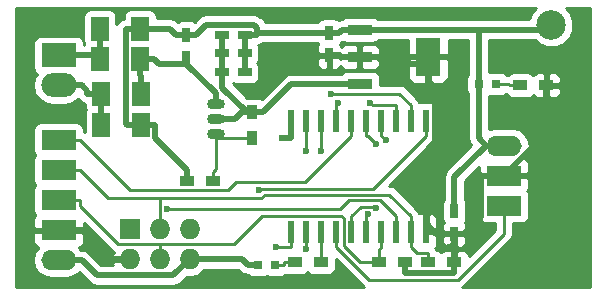
<source format=gtl>
G04 #@! TF.FileFunction,Copper,L1,Top,Signal*
%FSLAX46Y46*%
G04 Gerber Fmt 4.6, Leading zero omitted, Abs format (unit mm)*
G04 Created by KiCad (PCBNEW 0.201507042246+5884~23~ubuntu14.04.1-product) date Wed 08 Jul 2015 10:22:00 AM CEST*
%MOMM*%
G01*
G04 APERTURE LIST*
%ADD10C,0.100000*%
%ADD11R,0.750000X1.200000*%
%ADD12R,1.200000X0.750000*%
%ADD13R,1.200000X0.900000*%
%ADD14R,0.900000X1.200000*%
%ADD15R,0.797560X0.797560*%
%ADD16R,0.600000X1.950000*%
%ADD17O,3.000000X2.032000*%
%ADD18R,3.000000X2.032000*%
%ADD19R,1.500000X2.000000*%
%ADD20O,3.000000X1.727200*%
%ADD21R,3.000000X1.727200*%
%ADD22R,1.727200X1.727200*%
%ADD23O,1.727200X1.727200*%
%ADD24R,2.150000X0.950000*%
%ADD25R,2.150000X3.250000*%
%ADD26O,1.501140X0.899160*%
%ADD27C,2.499360*%
%ADD28C,0.600000*%
%ADD29C,0.500000*%
%ADD30C,0.250000*%
%ADD31C,0.254000*%
G04 APERTURE END LIST*
D10*
D11*
X120100000Y-124850000D03*
X120100000Y-122950000D03*
X132200000Y-124650000D03*
X132200000Y-122750000D03*
D12*
X123150000Y-126100000D03*
X125050000Y-126100000D03*
D13*
X150600000Y-127200000D03*
X148400000Y-127200000D03*
D14*
X125700000Y-131700000D03*
X125700000Y-129500000D03*
D13*
X120200000Y-135300000D03*
X122400000Y-135300000D03*
X138600000Y-142200000D03*
X136400000Y-142200000D03*
D15*
X146349300Y-127100000D03*
X144850700Y-127100000D03*
D16*
X140415000Y-130200000D03*
X139145000Y-130200000D03*
X137875000Y-130200000D03*
X136605000Y-130200000D03*
X135335000Y-130200000D03*
X134065000Y-130200000D03*
X132795000Y-130200000D03*
X131525000Y-130200000D03*
X130255000Y-130200000D03*
X128985000Y-130200000D03*
X128985000Y-139600000D03*
X130255000Y-139600000D03*
X131525000Y-139600000D03*
X132795000Y-139600000D03*
X134065000Y-139600000D03*
X135335000Y-139600000D03*
X136605000Y-139600000D03*
X137875000Y-139600000D03*
X139145000Y-139600000D03*
X140415000Y-139600000D03*
D17*
X109300000Y-127200000D03*
D18*
X109300000Y-124660000D03*
D13*
X142800000Y-142200000D03*
X140600000Y-142200000D03*
D12*
X123150000Y-122900000D03*
X125050000Y-122900000D03*
X123150000Y-124500000D03*
X125050000Y-124500000D03*
D19*
X112900000Y-130600000D03*
X116300000Y-130600000D03*
X112800000Y-122400000D03*
X116200000Y-122400000D03*
X116200000Y-125000000D03*
X112800000Y-125000000D03*
X116300000Y-127900000D03*
X112900000Y-127900000D03*
D11*
X142800000Y-139750000D03*
X142800000Y-137850000D03*
D20*
X147000000Y-132300000D03*
D21*
X147000000Y-134840000D03*
X147000000Y-137380000D03*
D22*
X115300000Y-139400000D03*
D23*
X115300000Y-141940000D03*
X117840000Y-139400000D03*
X117840000Y-141940000D03*
X120380000Y-139400000D03*
X120380000Y-141940000D03*
D24*
X134800000Y-127100000D03*
X134800000Y-124800000D03*
X134800000Y-122500000D03*
D25*
X140600000Y-124800000D03*
D26*
X122600000Y-130030000D03*
X122600000Y-128760000D03*
X122600000Y-131300000D03*
D21*
X109300000Y-131840000D03*
D20*
X109300000Y-142000000D03*
D21*
X109300000Y-139460000D03*
X109300000Y-136920000D03*
X109300000Y-134380000D03*
D15*
X127649300Y-142400000D03*
X126150700Y-142400000D03*
D13*
X131500000Y-142200000D03*
X129300000Y-142200000D03*
D27*
X151000000Y-122100000D03*
D28*
X128211700Y-131625300D03*
X142417200Y-140877300D03*
X126292900Y-136034100D03*
X132395900Y-127909100D03*
X135692200Y-128711100D03*
X136977300Y-131871600D03*
X136176400Y-132189400D03*
X131525000Y-132728600D03*
X130255000Y-132749600D03*
X127738500Y-140899300D03*
X130211300Y-141093700D03*
X136158500Y-137584300D03*
X135513700Y-138122000D03*
X118483500Y-137706100D03*
X132953500Y-128669800D03*
D29*
X125050000Y-124500000D02*
X125050000Y-126100000D01*
X125050000Y-122900000D02*
X125050000Y-124500000D01*
X132200000Y-122750000D02*
X131374700Y-122750000D01*
X125050000Y-122900000D02*
X126100300Y-122900000D01*
X128985000Y-130200000D02*
X128985000Y-131625300D01*
X128211700Y-131625300D02*
X128985000Y-131625300D01*
X120100000Y-122950000D02*
X120925300Y-122950000D01*
X126133700Y-122750000D02*
X131374700Y-122750000D01*
X126100300Y-122783400D02*
X126133700Y-122750000D01*
X126100300Y-122900000D02*
X126100300Y-122783400D01*
X121800700Y-122074600D02*
X120925300Y-122950000D01*
X125868000Y-122074600D02*
X121800700Y-122074600D01*
X126133700Y-122340300D02*
X125868000Y-122074600D01*
X126133700Y-122750000D02*
X126133700Y-122340300D01*
X120100000Y-122950000D02*
X119274700Y-122950000D01*
X117500300Y-131700000D02*
X117500300Y-130600000D01*
X120200000Y-134399700D02*
X117500300Y-131700000D01*
X120200000Y-135300000D02*
X120200000Y-134399700D01*
X116300000Y-130600000D02*
X117500300Y-130600000D01*
X124841600Y-141940000D02*
X125301600Y-142400000D01*
X120380000Y-141940000D02*
X124841600Y-141940000D01*
X126150700Y-142400000D02*
X125301600Y-142400000D01*
X119018400Y-143301600D02*
X120380000Y-141940000D01*
X112551900Y-143301600D02*
X119018400Y-143301600D01*
X111250300Y-142000000D02*
X112551900Y-143301600D01*
X109300000Y-142000000D02*
X111250300Y-142000000D01*
X144850700Y-122500000D02*
X144850700Y-127100000D01*
X150600000Y-122500000D02*
X151000000Y-122100000D01*
X144850700Y-122500000D02*
X150600000Y-122500000D01*
X147000000Y-132300000D02*
X145450100Y-132300000D01*
X118724700Y-122400000D02*
X116200000Y-122400000D01*
X119274700Y-122950000D02*
X118724700Y-122400000D01*
X114999700Y-130500000D02*
X115099700Y-130600000D01*
X114999700Y-122400000D02*
X114999700Y-130500000D01*
X116200000Y-122400000D02*
X114999700Y-122400000D01*
X116300000Y-130600000D02*
X115099700Y-130600000D01*
X144850700Y-122500000D02*
X134800000Y-122500000D01*
X133274700Y-122500600D02*
X133025300Y-122750000D01*
X133274700Y-122500000D02*
X133274700Y-122500600D01*
X132200000Y-122750000D02*
X133025300Y-122750000D01*
X134800000Y-122500000D02*
X133274700Y-122500000D01*
X144850700Y-131700600D02*
X144850700Y-127100000D01*
X145450100Y-132300000D02*
X144850700Y-131700600D01*
X142800000Y-134950100D02*
X142800000Y-137850000D01*
X145450100Y-132300000D02*
X142800000Y-134950100D01*
X133175300Y-124800000D02*
X133025300Y-124650000D01*
X134800000Y-124800000D02*
X133175300Y-124800000D01*
X132200000Y-124650000D02*
X133025300Y-124650000D01*
X145049700Y-138325600D02*
X143625300Y-139750000D01*
X145049700Y-134840000D02*
X145049700Y-138325600D01*
X147000000Y-134840000D02*
X145049700Y-134840000D01*
X142800000Y-139750000D02*
X143625300Y-139750000D01*
X150600000Y-131240000D02*
X147000000Y-134840000D01*
X150600000Y-127200000D02*
X150600000Y-131240000D01*
X140600000Y-124800000D02*
X140600000Y-125374900D01*
X140600000Y-125374900D02*
X140600000Y-126875300D01*
X136900200Y-125374900D02*
X136325300Y-124800000D01*
X140600000Y-125374900D02*
X136900200Y-125374900D01*
X134800000Y-124800000D02*
X136325300Y-124800000D01*
X141165400Y-127440700D02*
X140600000Y-126875300D01*
X141165400Y-137424300D02*
X141165400Y-127440700D01*
X140415000Y-138174700D02*
X141165400Y-137424300D01*
X142800000Y-143100300D02*
X138600000Y-143100300D01*
X142800000Y-142200000D02*
X142800000Y-143100300D01*
X138600000Y-142200000D02*
X138600000Y-143100300D01*
X140415000Y-139600000D02*
X140415000Y-138887300D01*
X140415000Y-138887300D02*
X140415000Y-138174700D01*
X141277700Y-139750000D02*
X142800000Y-139750000D01*
X140415000Y-138887300D02*
X141277700Y-139750000D01*
X142800000Y-139750000D02*
X142800000Y-140800300D01*
X142494200Y-140800300D02*
X142800000Y-140800300D01*
X142417200Y-140877300D02*
X142494200Y-140800300D01*
X142800000Y-141260100D02*
X142800000Y-142200000D01*
X142417200Y-140877300D02*
X142800000Y-141260100D01*
X113730300Y-141940000D02*
X115300000Y-141940000D01*
X111250300Y-139460000D02*
X113730300Y-141940000D01*
X109300000Y-139460000D02*
X111250300Y-139460000D01*
D30*
X139671400Y-141425700D02*
X140600000Y-141425700D01*
X139145000Y-140899300D02*
X139671400Y-141425700D01*
X140600000Y-142200000D02*
X140600000Y-141425700D01*
X139145000Y-140249600D02*
X139145000Y-140899300D01*
X139145000Y-140249600D02*
X139145000Y-139600000D01*
X139145000Y-139600000D02*
X139145000Y-138300700D01*
X117840000Y-139400000D02*
X117840000Y-138212100D01*
X117840000Y-138212100D02*
X117840000Y-136761300D01*
X113505700Y-136761300D02*
X117840000Y-136761300D01*
X111124400Y-134380000D02*
X113505700Y-136761300D01*
X109300000Y-134380000D02*
X111124400Y-134380000D01*
X137293500Y-136449200D02*
X139145000Y-138300700D01*
X126760800Y-136449200D02*
X137293500Y-136449200D01*
X126448700Y-136761300D02*
X126760800Y-136449200D01*
X117840000Y-136761300D02*
X126448700Y-136761300D01*
X147375700Y-127100000D02*
X147475700Y-127200000D01*
X146349300Y-127100000D02*
X147375700Y-127100000D01*
X148400000Y-127200000D02*
X147475700Y-127200000D01*
X140415000Y-130200000D02*
X140415000Y-131499300D01*
X135914500Y-135999800D02*
X140415000Y-131499300D01*
X126327200Y-135999800D02*
X135914500Y-135999800D01*
X126292900Y-136034100D02*
X126327200Y-135999800D01*
X136400000Y-141104300D02*
X136605000Y-140899300D01*
X136400000Y-142200000D02*
X136400000Y-141104300D01*
X136605000Y-139600000D02*
X136605000Y-140899300D01*
X109300000Y-136920000D02*
X111124300Y-136920000D01*
X117840000Y-141940000D02*
X117840000Y-140752100D01*
X117840000Y-140752100D02*
X117840000Y-140669300D01*
X114353900Y-140669300D02*
X117840000Y-140669300D01*
X111124300Y-137439700D02*
X114353900Y-140669300D01*
X111124300Y-136920000D02*
X111124300Y-137439700D01*
X134840000Y-142200000D02*
X136400000Y-142200000D01*
X133430800Y-140790800D02*
X134840000Y-142200000D01*
X133430800Y-138468800D02*
X133430800Y-140790800D01*
X133247300Y-138285300D02*
X133430800Y-138468800D01*
X126558900Y-138285300D02*
X133247300Y-138285300D01*
X124174900Y-140669300D02*
X126558900Y-138285300D01*
X117840000Y-140669300D02*
X124174900Y-140669300D01*
X109300000Y-131840000D02*
X111124300Y-131840000D01*
X134065000Y-130200000D02*
X134065000Y-131499300D01*
X115359700Y-136075400D02*
X111124300Y-131840000D01*
X123638900Y-136075400D02*
X115359700Y-136075400D01*
X124338700Y-135375600D02*
X123638900Y-136075400D01*
X130188700Y-135375600D02*
X124338700Y-135375600D01*
X134065000Y-131499300D02*
X130188700Y-135375600D01*
X139145000Y-130200000D02*
X139145000Y-128900700D01*
X138153400Y-127909100D02*
X139145000Y-128900700D01*
X132395900Y-127909100D02*
X138153400Y-127909100D01*
X135881800Y-128900700D02*
X135692200Y-128711100D01*
X137875000Y-128900700D02*
X135881800Y-128900700D01*
X137875000Y-130200000D02*
X137875000Y-128900700D01*
X136605000Y-130200000D02*
X136605000Y-131499300D01*
X136977300Y-131871600D02*
X136605000Y-131499300D01*
X135335000Y-130200000D02*
X135335000Y-131499300D01*
X135486300Y-131499300D02*
X135335000Y-131499300D01*
X136176400Y-132189400D02*
X135486300Y-131499300D01*
X131525000Y-132728600D02*
X131525000Y-130200000D01*
X130255000Y-132749600D02*
X130255000Y-130200000D01*
X128985000Y-139600000D02*
X128985000Y-140899300D01*
X127738500Y-140899300D02*
X128985000Y-140899300D01*
X130255000Y-141050000D02*
X130255000Y-139600000D01*
X130211300Y-141093700D02*
X130255000Y-141050000D01*
X131525000Y-141400700D02*
X131500000Y-141425700D01*
X131525000Y-139600000D02*
X131525000Y-141400700D01*
X131500000Y-142200000D02*
X131500000Y-141425700D01*
X134065000Y-139600000D02*
X134065000Y-138300700D01*
X136068800Y-137494600D02*
X136158500Y-137584300D01*
X134871100Y-137494600D02*
X136068800Y-137494600D01*
X134065000Y-138300700D02*
X134871100Y-137494600D01*
X135335000Y-139600000D02*
X135335000Y-138300700D01*
X135513700Y-138122000D02*
X135335000Y-138300700D01*
X137875000Y-139600000D02*
X137875000Y-138300700D01*
X133100800Y-137706100D02*
X118483500Y-137706100D01*
X133872300Y-136934600D02*
X133100800Y-137706100D01*
X136508900Y-136934600D02*
X133872300Y-136934600D01*
X137875000Y-138300700D02*
X136508900Y-136934600D01*
X135578300Y-143682600D02*
X132795000Y-140899300D01*
X143085000Y-143682600D02*
X135578300Y-143682600D01*
X147000000Y-139767600D02*
X143085000Y-143682600D01*
X147000000Y-137380000D02*
X147000000Y-139767600D01*
X132795000Y-139600000D02*
X132795000Y-140899300D01*
D29*
X124269700Y-130030000D02*
X124799700Y-129500000D01*
X122600000Y-130030000D02*
X124269700Y-130030000D01*
X123150000Y-122900000D02*
X123150000Y-124500000D01*
X123150000Y-124500000D02*
X123150000Y-126100000D01*
X125700000Y-129500000D02*
X125249900Y-129500000D01*
X125249900Y-129500000D02*
X124799700Y-129500000D01*
X123150000Y-127400100D02*
X123150000Y-126100000D01*
X125249900Y-129500000D02*
X123150000Y-127400100D01*
X125700000Y-129500000D02*
X126600300Y-129500000D01*
X134800000Y-127100000D02*
X133274700Y-127100000D01*
X129000300Y-127100000D02*
X126600300Y-129500000D01*
X133274700Y-127100000D02*
X129000300Y-127100000D01*
X120100000Y-124850000D02*
X120100000Y-125375100D01*
X117775400Y-125375100D02*
X117400300Y-125000000D01*
X120100000Y-125375100D02*
X117775400Y-125375100D01*
X116200000Y-125000000D02*
X117400300Y-125000000D01*
X116200000Y-126349700D02*
X116200000Y-125000000D01*
X116300000Y-126449700D02*
X116200000Y-126349700D01*
X116300000Y-127900000D02*
X116300000Y-126449700D01*
X122585000Y-127860100D02*
X120100000Y-125375100D01*
X122600000Y-127860100D02*
X122585000Y-127860100D01*
X122600000Y-128760000D02*
X122600000Y-127860100D01*
D30*
X122400000Y-135300000D02*
X122400000Y-134525700D01*
X125700000Y-131700000D02*
X124925700Y-131700000D01*
X122600000Y-131700000D02*
X124925700Y-131700000D01*
X122600000Y-134325700D02*
X122600000Y-131700000D01*
X122400000Y-134525700D02*
X122600000Y-134325700D01*
X122600000Y-131700000D02*
X122600000Y-131300000D01*
D29*
X109300000Y-124660000D02*
X111250300Y-124660000D01*
X112800000Y-124660000D02*
X111250300Y-124660000D01*
X112800000Y-125000000D02*
X112800000Y-124660000D01*
X112800000Y-124660000D02*
X112800000Y-122400000D01*
X111699700Y-127649400D02*
X111250300Y-127200000D01*
X111699700Y-127900000D02*
X111699700Y-127649400D01*
X109300000Y-127200000D02*
X111250300Y-127200000D01*
X112900000Y-127900000D02*
X111699700Y-127900000D01*
X112900000Y-130600000D02*
X112900000Y-127900000D01*
D30*
X132795000Y-130200000D02*
X132795000Y-128900700D01*
X132953500Y-128742200D02*
X132795000Y-128900700D01*
X132953500Y-128669800D02*
X132953500Y-128742200D01*
X128372400Y-142203300D02*
X128375700Y-142200000D01*
X128372400Y-142400000D02*
X128372400Y-142203300D01*
X129300000Y-142200000D02*
X128375700Y-142200000D01*
X127649300Y-142400000D02*
X128372400Y-142400000D01*
D31*
G36*
X149403178Y-121031021D02*
X149160688Y-121615000D01*
X136365185Y-121615000D01*
X136335673Y-121570073D01*
X136124640Y-121427623D01*
X135875000Y-121377560D01*
X133725000Y-121377560D01*
X133482877Y-121424537D01*
X133270073Y-121564327D01*
X133229845Y-121623922D01*
X132998453Y-121669949D01*
X132824640Y-121552623D01*
X132575000Y-121502560D01*
X131825000Y-121502560D01*
X131582877Y-121549537D01*
X131370073Y-121689327D01*
X131251491Y-121865000D01*
X126860044Y-121865000D01*
X126759490Y-121714510D01*
X126759487Y-121714508D01*
X126493790Y-121448810D01*
X126387156Y-121377560D01*
X126206675Y-121256967D01*
X126150484Y-121245790D01*
X125868000Y-121189599D01*
X125867995Y-121189600D01*
X121800705Y-121189600D01*
X121800700Y-121189599D01*
X121462026Y-121256966D01*
X121462024Y-121256967D01*
X121462025Y-121256967D01*
X121174910Y-121448810D01*
X121174908Y-121448813D01*
X120812077Y-121811644D01*
X120724640Y-121752623D01*
X120475000Y-121702560D01*
X119725000Y-121702560D01*
X119482877Y-121749537D01*
X119388085Y-121811805D01*
X119350490Y-121774210D01*
X119331208Y-121761326D01*
X119063375Y-121582367D01*
X119001569Y-121570073D01*
X118724700Y-121514999D01*
X118724695Y-121515000D01*
X117597440Y-121515000D01*
X117597440Y-121400000D01*
X117550463Y-121157877D01*
X117410673Y-120945073D01*
X117199640Y-120802623D01*
X116950000Y-120752560D01*
X115450000Y-120752560D01*
X115207877Y-120799537D01*
X114995073Y-120939327D01*
X114852623Y-121150360D01*
X114802560Y-121400000D01*
X114802560Y-121554214D01*
X114661025Y-121582367D01*
X114373910Y-121774210D01*
X114197440Y-122038318D01*
X114197440Y-121400000D01*
X114150463Y-121157877D01*
X114010673Y-120945073D01*
X113799640Y-120802623D01*
X113550000Y-120752560D01*
X112050000Y-120752560D01*
X111807877Y-120799537D01*
X111595073Y-120939327D01*
X111452623Y-121150360D01*
X111402560Y-121400000D01*
X111402560Y-123400000D01*
X111449537Y-123642123D01*
X111487093Y-123699295D01*
X111452623Y-123750360D01*
X111447682Y-123775000D01*
X111447440Y-123775000D01*
X111447440Y-123644000D01*
X111400463Y-123401877D01*
X111260673Y-123189073D01*
X111049640Y-123046623D01*
X110800000Y-122996560D01*
X107800000Y-122996560D01*
X107557877Y-123043537D01*
X107345073Y-123183327D01*
X107202623Y-123394360D01*
X107152560Y-123644000D01*
X107152560Y-125676000D01*
X107199537Y-125918123D01*
X107339327Y-126130927D01*
X107478326Y-126224753D01*
X107248848Y-126568190D01*
X107123173Y-127200000D01*
X107248848Y-127831810D01*
X107606740Y-128367433D01*
X108142363Y-128725325D01*
X108774173Y-128851000D01*
X109825827Y-128851000D01*
X110457637Y-128725325D01*
X110975866Y-128379055D01*
X111073910Y-128525790D01*
X111361025Y-128717633D01*
X111502560Y-128745786D01*
X111502560Y-128900000D01*
X111549537Y-129142123D01*
X111620384Y-129249975D01*
X111552623Y-129350360D01*
X111502560Y-129600000D01*
X111502560Y-131196265D01*
X111447440Y-131159435D01*
X111447440Y-130976400D01*
X111400463Y-130734277D01*
X111260673Y-130521473D01*
X111049640Y-130379023D01*
X110800000Y-130328960D01*
X107800000Y-130328960D01*
X107557877Y-130375937D01*
X107345073Y-130515727D01*
X107202623Y-130726760D01*
X107152560Y-130976400D01*
X107152560Y-132703600D01*
X107199537Y-132945723D01*
X107307937Y-133110742D01*
X107202623Y-133266760D01*
X107152560Y-133516400D01*
X107152560Y-135243600D01*
X107199537Y-135485723D01*
X107307937Y-135650742D01*
X107202623Y-135806760D01*
X107152560Y-136056400D01*
X107152560Y-137783600D01*
X107199537Y-138025723D01*
X107307816Y-138190558D01*
X107261673Y-138236701D01*
X107165000Y-138470090D01*
X107165000Y-139174250D01*
X107323750Y-139333000D01*
X109173000Y-139333000D01*
X109173000Y-139313000D01*
X109427000Y-139313000D01*
X109427000Y-139333000D01*
X111276250Y-139333000D01*
X111435000Y-139174250D01*
X111435000Y-138825202D01*
X113816499Y-141206701D01*
X113960272Y-141302767D01*
X113845042Y-141580974D01*
X113966183Y-141813000D01*
X115173000Y-141813000D01*
X115173000Y-141793000D01*
X115427000Y-141793000D01*
X115427000Y-141813000D01*
X115447000Y-141813000D01*
X115447000Y-142067000D01*
X115427000Y-142067000D01*
X115427000Y-142087000D01*
X115173000Y-142087000D01*
X115173000Y-142067000D01*
X113966183Y-142067000D01*
X113845042Y-142299026D01*
X113893740Y-142416600D01*
X112918479Y-142416600D01*
X111876090Y-141374210D01*
X111807232Y-141328201D01*
X111588975Y-141182367D01*
X111532784Y-141171190D01*
X111250300Y-141114999D01*
X111250295Y-141115000D01*
X111154608Y-141115000D01*
X111037897Y-140940330D01*
X111012073Y-140923075D01*
X111159698Y-140861927D01*
X111338327Y-140683299D01*
X111435000Y-140449910D01*
X111435000Y-139745750D01*
X111276250Y-139587000D01*
X109427000Y-139587000D01*
X109427000Y-139607000D01*
X109173000Y-139607000D01*
X109173000Y-139587000D01*
X107323750Y-139587000D01*
X107165000Y-139745750D01*
X107165000Y-140449910D01*
X107261673Y-140683299D01*
X107440302Y-140861927D01*
X107587927Y-140923075D01*
X107562103Y-140940330D01*
X107237247Y-141426511D01*
X107123173Y-142000000D01*
X107237247Y-142573489D01*
X107562103Y-143059670D01*
X108048284Y-143384526D01*
X108621773Y-143498600D01*
X109978227Y-143498600D01*
X110551716Y-143384526D01*
X111037897Y-143059670D01*
X111046105Y-143047385D01*
X111926108Y-143927387D01*
X111926110Y-143927390D01*
X112213225Y-144119233D01*
X112551900Y-144186600D01*
X119018395Y-144186600D01*
X119018400Y-144186601D01*
X119300884Y-144130410D01*
X119357075Y-144119233D01*
X119644190Y-143927390D01*
X120169092Y-143402488D01*
X120350641Y-143438600D01*
X120409359Y-143438600D01*
X120982848Y-143324526D01*
X121469029Y-142999670D01*
X121585740Y-142825000D01*
X124475021Y-142825000D01*
X124675808Y-143025787D01*
X124675810Y-143025790D01*
X124856947Y-143146821D01*
X124962925Y-143217633D01*
X125301600Y-143285001D01*
X125301605Y-143285000D01*
X125337606Y-143285000D01*
X125502280Y-143396157D01*
X125751920Y-143446220D01*
X126549480Y-143446220D01*
X126791603Y-143399243D01*
X126899982Y-143328049D01*
X127000880Y-143396157D01*
X127250520Y-143446220D01*
X128048080Y-143446220D01*
X128290203Y-143399243D01*
X128503007Y-143259453D01*
X128503910Y-143258116D01*
X128700000Y-143297440D01*
X129900000Y-143297440D01*
X130142123Y-143250463D01*
X130354927Y-143110673D01*
X130399614Y-143044471D01*
X130439327Y-143104927D01*
X130650360Y-143247377D01*
X130900000Y-143297440D01*
X132100000Y-143297440D01*
X132342123Y-143250463D01*
X132554927Y-143110673D01*
X132697377Y-142899640D01*
X132747440Y-142650000D01*
X132747440Y-141926542D01*
X135040899Y-144220001D01*
X135183075Y-144315000D01*
X105685000Y-144315000D01*
X105685000Y-120685000D01*
X149749803Y-120685000D01*
X149403178Y-121031021D01*
X149403178Y-121031021D01*
G37*
X149403178Y-121031021D02*
X149160688Y-121615000D01*
X136365185Y-121615000D01*
X136335673Y-121570073D01*
X136124640Y-121427623D01*
X135875000Y-121377560D01*
X133725000Y-121377560D01*
X133482877Y-121424537D01*
X133270073Y-121564327D01*
X133229845Y-121623922D01*
X132998453Y-121669949D01*
X132824640Y-121552623D01*
X132575000Y-121502560D01*
X131825000Y-121502560D01*
X131582877Y-121549537D01*
X131370073Y-121689327D01*
X131251491Y-121865000D01*
X126860044Y-121865000D01*
X126759490Y-121714510D01*
X126759487Y-121714508D01*
X126493790Y-121448810D01*
X126387156Y-121377560D01*
X126206675Y-121256967D01*
X126150484Y-121245790D01*
X125868000Y-121189599D01*
X125867995Y-121189600D01*
X121800705Y-121189600D01*
X121800700Y-121189599D01*
X121462026Y-121256966D01*
X121462024Y-121256967D01*
X121462025Y-121256967D01*
X121174910Y-121448810D01*
X121174908Y-121448813D01*
X120812077Y-121811644D01*
X120724640Y-121752623D01*
X120475000Y-121702560D01*
X119725000Y-121702560D01*
X119482877Y-121749537D01*
X119388085Y-121811805D01*
X119350490Y-121774210D01*
X119331208Y-121761326D01*
X119063375Y-121582367D01*
X119001569Y-121570073D01*
X118724700Y-121514999D01*
X118724695Y-121515000D01*
X117597440Y-121515000D01*
X117597440Y-121400000D01*
X117550463Y-121157877D01*
X117410673Y-120945073D01*
X117199640Y-120802623D01*
X116950000Y-120752560D01*
X115450000Y-120752560D01*
X115207877Y-120799537D01*
X114995073Y-120939327D01*
X114852623Y-121150360D01*
X114802560Y-121400000D01*
X114802560Y-121554214D01*
X114661025Y-121582367D01*
X114373910Y-121774210D01*
X114197440Y-122038318D01*
X114197440Y-121400000D01*
X114150463Y-121157877D01*
X114010673Y-120945073D01*
X113799640Y-120802623D01*
X113550000Y-120752560D01*
X112050000Y-120752560D01*
X111807877Y-120799537D01*
X111595073Y-120939327D01*
X111452623Y-121150360D01*
X111402560Y-121400000D01*
X111402560Y-123400000D01*
X111449537Y-123642123D01*
X111487093Y-123699295D01*
X111452623Y-123750360D01*
X111447682Y-123775000D01*
X111447440Y-123775000D01*
X111447440Y-123644000D01*
X111400463Y-123401877D01*
X111260673Y-123189073D01*
X111049640Y-123046623D01*
X110800000Y-122996560D01*
X107800000Y-122996560D01*
X107557877Y-123043537D01*
X107345073Y-123183327D01*
X107202623Y-123394360D01*
X107152560Y-123644000D01*
X107152560Y-125676000D01*
X107199537Y-125918123D01*
X107339327Y-126130927D01*
X107478326Y-126224753D01*
X107248848Y-126568190D01*
X107123173Y-127200000D01*
X107248848Y-127831810D01*
X107606740Y-128367433D01*
X108142363Y-128725325D01*
X108774173Y-128851000D01*
X109825827Y-128851000D01*
X110457637Y-128725325D01*
X110975866Y-128379055D01*
X111073910Y-128525790D01*
X111361025Y-128717633D01*
X111502560Y-128745786D01*
X111502560Y-128900000D01*
X111549537Y-129142123D01*
X111620384Y-129249975D01*
X111552623Y-129350360D01*
X111502560Y-129600000D01*
X111502560Y-131196265D01*
X111447440Y-131159435D01*
X111447440Y-130976400D01*
X111400463Y-130734277D01*
X111260673Y-130521473D01*
X111049640Y-130379023D01*
X110800000Y-130328960D01*
X107800000Y-130328960D01*
X107557877Y-130375937D01*
X107345073Y-130515727D01*
X107202623Y-130726760D01*
X107152560Y-130976400D01*
X107152560Y-132703600D01*
X107199537Y-132945723D01*
X107307937Y-133110742D01*
X107202623Y-133266760D01*
X107152560Y-133516400D01*
X107152560Y-135243600D01*
X107199537Y-135485723D01*
X107307937Y-135650742D01*
X107202623Y-135806760D01*
X107152560Y-136056400D01*
X107152560Y-137783600D01*
X107199537Y-138025723D01*
X107307816Y-138190558D01*
X107261673Y-138236701D01*
X107165000Y-138470090D01*
X107165000Y-139174250D01*
X107323750Y-139333000D01*
X109173000Y-139333000D01*
X109173000Y-139313000D01*
X109427000Y-139313000D01*
X109427000Y-139333000D01*
X111276250Y-139333000D01*
X111435000Y-139174250D01*
X111435000Y-138825202D01*
X113816499Y-141206701D01*
X113960272Y-141302767D01*
X113845042Y-141580974D01*
X113966183Y-141813000D01*
X115173000Y-141813000D01*
X115173000Y-141793000D01*
X115427000Y-141793000D01*
X115427000Y-141813000D01*
X115447000Y-141813000D01*
X115447000Y-142067000D01*
X115427000Y-142067000D01*
X115427000Y-142087000D01*
X115173000Y-142087000D01*
X115173000Y-142067000D01*
X113966183Y-142067000D01*
X113845042Y-142299026D01*
X113893740Y-142416600D01*
X112918479Y-142416600D01*
X111876090Y-141374210D01*
X111807232Y-141328201D01*
X111588975Y-141182367D01*
X111532784Y-141171190D01*
X111250300Y-141114999D01*
X111250295Y-141115000D01*
X111154608Y-141115000D01*
X111037897Y-140940330D01*
X111012073Y-140923075D01*
X111159698Y-140861927D01*
X111338327Y-140683299D01*
X111435000Y-140449910D01*
X111435000Y-139745750D01*
X111276250Y-139587000D01*
X109427000Y-139587000D01*
X109427000Y-139607000D01*
X109173000Y-139607000D01*
X109173000Y-139587000D01*
X107323750Y-139587000D01*
X107165000Y-139745750D01*
X107165000Y-140449910D01*
X107261673Y-140683299D01*
X107440302Y-140861927D01*
X107587927Y-140923075D01*
X107562103Y-140940330D01*
X107237247Y-141426511D01*
X107123173Y-142000000D01*
X107237247Y-142573489D01*
X107562103Y-143059670D01*
X108048284Y-143384526D01*
X108621773Y-143498600D01*
X109978227Y-143498600D01*
X110551716Y-143384526D01*
X111037897Y-143059670D01*
X111046105Y-143047385D01*
X111926108Y-143927387D01*
X111926110Y-143927390D01*
X112213225Y-144119233D01*
X112551900Y-144186600D01*
X119018395Y-144186600D01*
X119018400Y-144186601D01*
X119300884Y-144130410D01*
X119357075Y-144119233D01*
X119644190Y-143927390D01*
X120169092Y-143402488D01*
X120350641Y-143438600D01*
X120409359Y-143438600D01*
X120982848Y-143324526D01*
X121469029Y-142999670D01*
X121585740Y-142825000D01*
X124475021Y-142825000D01*
X124675808Y-143025787D01*
X124675810Y-143025790D01*
X124856947Y-143146821D01*
X124962925Y-143217633D01*
X125301600Y-143285001D01*
X125301605Y-143285000D01*
X125337606Y-143285000D01*
X125502280Y-143396157D01*
X125751920Y-143446220D01*
X126549480Y-143446220D01*
X126791603Y-143399243D01*
X126899982Y-143328049D01*
X127000880Y-143396157D01*
X127250520Y-143446220D01*
X128048080Y-143446220D01*
X128290203Y-143399243D01*
X128503007Y-143259453D01*
X128503910Y-143258116D01*
X128700000Y-143297440D01*
X129900000Y-143297440D01*
X130142123Y-143250463D01*
X130354927Y-143110673D01*
X130399614Y-143044471D01*
X130439327Y-143104927D01*
X130650360Y-143247377D01*
X130900000Y-143297440D01*
X132100000Y-143297440D01*
X132342123Y-143250463D01*
X132554927Y-143110673D01*
X132697377Y-142899640D01*
X132747440Y-142650000D01*
X132747440Y-141926542D01*
X135040899Y-144220001D01*
X135183075Y-144315000D01*
X105685000Y-144315000D01*
X105685000Y-120685000D01*
X149749803Y-120685000D01*
X149403178Y-121031021D01*
G36*
X154315000Y-144315000D02*
X143480225Y-144315000D01*
X143622401Y-144220001D01*
X147537401Y-140305001D01*
X147702148Y-140058439D01*
X147760000Y-139767600D01*
X147760000Y-138891040D01*
X148500000Y-138891040D01*
X148742123Y-138844063D01*
X148954927Y-138704273D01*
X149097377Y-138493240D01*
X149147440Y-138243600D01*
X149147440Y-136516400D01*
X149100463Y-136274277D01*
X148992184Y-136109442D01*
X149038327Y-136063299D01*
X149135000Y-135829910D01*
X149135000Y-135125750D01*
X148976250Y-134967000D01*
X147127000Y-134967000D01*
X147127000Y-134987000D01*
X146873000Y-134987000D01*
X146873000Y-134967000D01*
X145023750Y-134967000D01*
X144865000Y-135125750D01*
X144865000Y-135829910D01*
X144961673Y-136063299D01*
X145008412Y-136110038D01*
X144902623Y-136266760D01*
X144852560Y-136516400D01*
X144852560Y-138243600D01*
X144899537Y-138485723D01*
X145039327Y-138698527D01*
X145250360Y-138840977D01*
X145500000Y-138891040D01*
X146240000Y-138891040D01*
X146240000Y-139452798D01*
X144035000Y-141657798D01*
X144035000Y-141623690D01*
X143938327Y-141390301D01*
X143759698Y-141211673D01*
X143526309Y-141115000D01*
X143085750Y-141115000D01*
X142927000Y-141273750D01*
X142927000Y-142073000D01*
X142947000Y-142073000D01*
X142947000Y-142327000D01*
X142927000Y-142327000D01*
X142927000Y-142347000D01*
X142673000Y-142347000D01*
X142673000Y-142327000D01*
X142653000Y-142327000D01*
X142653000Y-142073000D01*
X142673000Y-142073000D01*
X142673000Y-141273750D01*
X142514250Y-141115000D01*
X142073691Y-141115000D01*
X141840302Y-141211673D01*
X141698824Y-141353150D01*
X141660673Y-141295073D01*
X141449640Y-141152623D01*
X141293031Y-141121217D01*
X141202419Y-140985606D01*
X141253327Y-140934698D01*
X141350000Y-140701309D01*
X141350000Y-139885750D01*
X141341250Y-139877000D01*
X141948750Y-139877000D01*
X141790000Y-140035750D01*
X141790000Y-140476309D01*
X141886673Y-140709698D01*
X142065301Y-140888327D01*
X142298690Y-140985000D01*
X142514250Y-140985000D01*
X142673000Y-140826250D01*
X142673000Y-139877000D01*
X142927000Y-139877000D01*
X142673000Y-139877000D01*
X142673000Y-139877000D01*
X142927000Y-139877000D01*
X142927000Y-140826250D01*
X143085750Y-140985000D01*
X143301310Y-140985000D01*
X143534699Y-140888327D01*
X143713327Y-140709698D01*
X143810000Y-140476309D01*
X143810000Y-140035750D01*
X143651250Y-139877000D01*
X142927000Y-139877000D01*
X142673000Y-139877000D01*
X142673000Y-139877000D01*
X141948750Y-139877000D01*
X141341250Y-139877000D01*
X141191250Y-139727000D01*
X140542000Y-139727000D01*
X140542000Y-139747000D01*
X140288000Y-139747000D01*
X140288000Y-139727000D01*
X140268000Y-139727000D01*
X140268000Y-139473000D01*
X140288000Y-139473000D01*
X140288000Y-138148750D01*
X140129250Y-137990000D01*
X140700750Y-137990000D01*
X140542000Y-138148750D01*
X140542000Y-139473000D01*
X141191250Y-139473000D01*
X141350000Y-139314250D01*
X141350000Y-138498691D01*
X141253327Y-138265302D01*
X141074699Y-138086673D01*
X140841310Y-137990000D01*
X140700750Y-137990000D01*
X140129250Y-137990000D01*
X140129250Y-137990000D01*
X139988690Y-137990000D01*
X139854272Y-138045678D01*
X139847148Y-138009860D01*
X139682401Y-137763299D01*
X137830901Y-135911799D01*
X137584339Y-135747052D01*
X137298840Y-135690262D01*
X140952401Y-132036701D01*
X141117148Y-131790139D01*
X141144559Y-131652337D01*
X141169927Y-131635673D01*
X141312377Y-131424640D01*
X141362440Y-131175000D01*
X141362440Y-129225000D01*
X141315463Y-128982877D01*
X141175673Y-128770073D01*
X140964640Y-128627623D01*
X140715000Y-128577560D01*
X140115000Y-128577560D01*
X139872877Y-128624537D01*
X139852703Y-128637789D01*
X139847148Y-128609860D01*
X139682401Y-128363299D01*
X138690801Y-127371699D01*
X138444239Y-127206952D01*
X138153400Y-127149100D01*
X136522440Y-127149100D01*
X136522440Y-126625000D01*
X136508143Y-126551309D01*
X138890000Y-126551309D01*
X138986673Y-126784698D01*
X139165301Y-126963327D01*
X139398690Y-127060000D01*
X140314250Y-127060000D01*
X140473000Y-126901250D01*
X140473000Y-124927000D01*
X140727000Y-124927000D01*
X140727000Y-126901250D01*
X140885750Y-127060000D01*
X141801310Y-127060000D01*
X142034699Y-126963327D01*
X142213327Y-126784698D01*
X142310000Y-126551309D01*
X142310000Y-125085750D01*
X142151250Y-124927000D01*
X140727000Y-124927000D01*
X140473000Y-124927000D01*
X140473000Y-124927000D01*
X139048750Y-124927000D01*
X136351250Y-124927000D01*
X136351250Y-124927000D01*
X134927000Y-124927000D01*
X134927000Y-125751250D01*
X135085750Y-125910000D01*
X136001310Y-125910000D01*
X136234699Y-125813327D01*
X136413327Y-125634698D01*
X136510000Y-125401309D01*
X136510000Y-125085750D01*
X136351250Y-124927000D01*
X139048750Y-124927000D01*
X136351250Y-124927000D01*
X136351250Y-124927000D01*
X139048750Y-124927000D01*
X138890000Y-125085750D01*
X138890000Y-126551309D01*
X136508143Y-126551309D01*
X136475463Y-126382877D01*
X136335673Y-126170073D01*
X136124640Y-126027623D01*
X135875000Y-125977560D01*
X133725000Y-125977560D01*
X133482877Y-126024537D01*
X133270073Y-126164327D01*
X133235868Y-126215000D01*
X129000305Y-126215000D01*
X129000300Y-126214999D01*
X128661626Y-126282366D01*
X128575371Y-126340000D01*
X128374510Y-126474210D01*
X128374508Y-126474213D01*
X126487076Y-128361644D01*
X126399640Y-128302623D01*
X126150000Y-128252560D01*
X125254039Y-128252560D01*
X124043315Y-127041835D01*
X124099975Y-127004616D01*
X124200360Y-127072377D01*
X124450000Y-127122440D01*
X125650000Y-127122440D01*
X125892123Y-127075463D01*
X126104927Y-126935673D01*
X126247377Y-126724640D01*
X126297440Y-126475000D01*
X126297440Y-125910000D01*
X133598690Y-125910000D01*
X134514250Y-125910000D01*
X134673000Y-125751250D01*
X134673000Y-124927000D01*
X133248750Y-124927000D01*
X133210000Y-124965750D01*
X133210000Y-124935750D01*
X133051250Y-124777000D01*
X132327000Y-124777000D01*
X132073000Y-124777000D01*
X132073000Y-124777000D01*
X131348750Y-124777000D01*
X131190000Y-124935750D01*
X131190000Y-125376309D01*
X131286673Y-125609698D01*
X131465301Y-125788327D01*
X131698690Y-125885000D01*
X131914250Y-125885000D01*
X132073000Y-125726250D01*
X132073000Y-124777000D01*
X132327000Y-124777000D01*
X132073000Y-124777000D01*
X132073000Y-124777000D01*
X132327000Y-124777000D01*
X132327000Y-125726250D01*
X132485750Y-125885000D01*
X132701310Y-125885000D01*
X132934699Y-125788327D01*
X133113327Y-125609698D01*
X133144822Y-125533662D01*
X133186673Y-125634698D01*
X133365301Y-125813327D01*
X133598690Y-125910000D01*
X126297440Y-125910000D01*
X126297440Y-125725000D01*
X126250463Y-125482877D01*
X126129678Y-125299005D01*
X126247377Y-125124640D01*
X126297440Y-124875000D01*
X126297440Y-124125000D01*
X126250463Y-123882877D01*
X126176245Y-123769894D01*
X126438975Y-123717633D01*
X126562645Y-123635000D01*
X131252703Y-123635000D01*
X131288096Y-123688879D01*
X131286673Y-123690302D01*
X131190000Y-123923691D01*
X131190000Y-124364250D01*
X131348750Y-124523000D01*
X132073000Y-124523000D01*
X132073000Y-124503000D01*
X132327000Y-124503000D01*
X132327000Y-124523000D01*
X133051250Y-124523000D01*
X133090000Y-124484250D01*
X133090000Y-124514250D01*
X133248750Y-124673000D01*
X134673000Y-124673000D01*
X134673000Y-123848750D01*
X134514250Y-123690000D01*
X135085750Y-123690000D01*
X134927000Y-123848750D01*
X134927000Y-124673000D01*
X136351250Y-124673000D01*
X136510000Y-124514250D01*
X136510000Y-124198691D01*
X136413327Y-123965302D01*
X136234699Y-123786673D01*
X136001310Y-123690000D01*
X135085750Y-123690000D01*
X134514250Y-123690000D01*
X134514250Y-123690000D01*
X133598690Y-123690000D01*
X133365301Y-123786673D01*
X133210000Y-123941975D01*
X133210000Y-123923691D01*
X133113327Y-123690302D01*
X133112045Y-123689020D01*
X133167617Y-123606692D01*
X133324611Y-123575463D01*
X133363975Y-123567633D01*
X133416419Y-123532591D01*
X133475360Y-123572377D01*
X133725000Y-123622440D01*
X135875000Y-123622440D01*
X136117123Y-123575463D01*
X136329927Y-123435673D01*
X136364132Y-123385000D01*
X138890000Y-123385000D01*
X138890000Y-124514250D01*
X139048750Y-124673000D01*
X140473000Y-124673000D01*
X140473000Y-124653000D01*
X140727000Y-124653000D01*
X140727000Y-124673000D01*
X142151250Y-124673000D01*
X142310000Y-124514250D01*
X142310000Y-123385000D01*
X143965700Y-123385000D01*
X143965700Y-126286906D01*
X143854543Y-126451580D01*
X143804480Y-126701220D01*
X143804480Y-127498780D01*
X143851457Y-127740903D01*
X143965700Y-127914816D01*
X143965700Y-131700595D01*
X143965699Y-131700600D01*
X144017562Y-131961325D01*
X144033067Y-132039275D01*
X144180082Y-132259300D01*
X144203770Y-132294751D01*
X142174210Y-134324310D01*
X141982367Y-134611425D01*
X141982367Y-134611426D01*
X141914999Y-134950100D01*
X141915000Y-134950105D01*
X141915000Y-136870915D01*
X141827623Y-137000360D01*
X141777560Y-137250000D01*
X141777560Y-138450000D01*
X141824537Y-138692123D01*
X141888096Y-138788879D01*
X141886673Y-138790302D01*
X141790000Y-139023691D01*
X141790000Y-139464250D01*
X141948750Y-139623000D01*
X142673000Y-139623000D01*
X142673000Y-139603000D01*
X142927000Y-139603000D01*
X142927000Y-139623000D01*
X143651250Y-139623000D01*
X143810000Y-139464250D01*
X143810000Y-139023691D01*
X143713327Y-138790302D01*
X143712045Y-138789020D01*
X143772377Y-138699640D01*
X143822440Y-138450000D01*
X143822440Y-137250000D01*
X143775463Y-137007877D01*
X143685000Y-136870164D01*
X143685000Y-135316680D01*
X144865000Y-134136679D01*
X144865000Y-134554250D01*
X145023750Y-134713000D01*
X146873000Y-134713000D01*
X146873000Y-134693000D01*
X147127000Y-134693000D01*
X147127000Y-134713000D01*
X148976250Y-134713000D01*
X149135000Y-134554250D01*
X149135000Y-133850090D01*
X149038327Y-133616701D01*
X148859698Y-133438073D01*
X148712073Y-133376925D01*
X148737897Y-133359670D01*
X149062753Y-132873489D01*
X149176827Y-132300000D01*
X149062753Y-131726511D01*
X148737897Y-131240330D01*
X148251716Y-130915474D01*
X147678227Y-130801400D01*
X146321773Y-130801400D01*
X145748284Y-130915474D01*
X145735700Y-130923882D01*
X145735700Y-128103140D01*
X145950520Y-128146220D01*
X146748080Y-128146220D01*
X146990203Y-128099243D01*
X147203007Y-127959453D01*
X147223664Y-127928851D01*
X147339327Y-128104927D01*
X147550360Y-128247377D01*
X147800000Y-128297440D01*
X149000000Y-128297440D01*
X149242123Y-128250463D01*
X149454927Y-128110673D01*
X149498337Y-128046363D01*
X149640302Y-128188327D01*
X149873691Y-128285000D01*
X150314250Y-128285000D01*
X150473000Y-128126250D01*
X150473000Y-127327000D01*
X150727000Y-127327000D01*
X150727000Y-128126250D01*
X150885750Y-128285000D01*
X151326309Y-128285000D01*
X151559698Y-128188327D01*
X151738327Y-128009699D01*
X151835000Y-127776310D01*
X151835000Y-127485750D01*
X151676250Y-127327000D01*
X150727000Y-127327000D01*
X150473000Y-127327000D01*
X150473000Y-127327000D01*
X150453000Y-127327000D01*
X150453000Y-127073000D01*
X150473000Y-127073000D01*
X150473000Y-126273750D01*
X150314250Y-126115000D01*
X150885750Y-126115000D01*
X150727000Y-126273750D01*
X150727000Y-127073000D01*
X151676250Y-127073000D01*
X151835000Y-126914250D01*
X151835000Y-126623690D01*
X151738327Y-126390301D01*
X151559698Y-126211673D01*
X151326309Y-126115000D01*
X150885750Y-126115000D01*
X150314250Y-126115000D01*
X150314250Y-126115000D01*
X149873691Y-126115000D01*
X149640302Y-126211673D01*
X149498824Y-126353150D01*
X149460673Y-126295073D01*
X149249640Y-126152623D01*
X149000000Y-126102560D01*
X147800000Y-126102560D01*
X147557877Y-126149537D01*
X147345073Y-126289327D01*
X147310868Y-126340000D01*
X147270309Y-126340000D01*
X147208753Y-126246293D01*
X146997720Y-126103843D01*
X146748080Y-126053780D01*
X145950520Y-126053780D01*
X145735700Y-126095460D01*
X145735700Y-123385000D01*
X149619742Y-123385000D01*
X149931021Y-123696822D01*
X150623469Y-123984352D01*
X151373241Y-123985006D01*
X152066191Y-123698686D01*
X152596822Y-123168979D01*
X152884352Y-122476531D01*
X152885006Y-121726759D01*
X152598686Y-121033809D01*
X152250484Y-120685000D01*
X154315000Y-120685000D01*
X154315000Y-144315000D01*
X154315000Y-144315000D01*
G37*
X154315000Y-144315000D02*
X143480225Y-144315000D01*
X143622401Y-144220001D01*
X147537401Y-140305001D01*
X147702148Y-140058439D01*
X147760000Y-139767600D01*
X147760000Y-138891040D01*
X148500000Y-138891040D01*
X148742123Y-138844063D01*
X148954927Y-138704273D01*
X149097377Y-138493240D01*
X149147440Y-138243600D01*
X149147440Y-136516400D01*
X149100463Y-136274277D01*
X148992184Y-136109442D01*
X149038327Y-136063299D01*
X149135000Y-135829910D01*
X149135000Y-135125750D01*
X148976250Y-134967000D01*
X147127000Y-134967000D01*
X147127000Y-134987000D01*
X146873000Y-134987000D01*
X146873000Y-134967000D01*
X145023750Y-134967000D01*
X144865000Y-135125750D01*
X144865000Y-135829910D01*
X144961673Y-136063299D01*
X145008412Y-136110038D01*
X144902623Y-136266760D01*
X144852560Y-136516400D01*
X144852560Y-138243600D01*
X144899537Y-138485723D01*
X145039327Y-138698527D01*
X145250360Y-138840977D01*
X145500000Y-138891040D01*
X146240000Y-138891040D01*
X146240000Y-139452798D01*
X144035000Y-141657798D01*
X144035000Y-141623690D01*
X143938327Y-141390301D01*
X143759698Y-141211673D01*
X143526309Y-141115000D01*
X143085750Y-141115000D01*
X142927000Y-141273750D01*
X142927000Y-142073000D01*
X142947000Y-142073000D01*
X142947000Y-142327000D01*
X142927000Y-142327000D01*
X142927000Y-142347000D01*
X142673000Y-142347000D01*
X142673000Y-142327000D01*
X142653000Y-142327000D01*
X142653000Y-142073000D01*
X142673000Y-142073000D01*
X142673000Y-141273750D01*
X142514250Y-141115000D01*
X142073691Y-141115000D01*
X141840302Y-141211673D01*
X141698824Y-141353150D01*
X141660673Y-141295073D01*
X141449640Y-141152623D01*
X141293031Y-141121217D01*
X141202419Y-140985606D01*
X141253327Y-140934698D01*
X141350000Y-140701309D01*
X141350000Y-139885750D01*
X141341250Y-139877000D01*
X141948750Y-139877000D01*
X141790000Y-140035750D01*
X141790000Y-140476309D01*
X141886673Y-140709698D01*
X142065301Y-140888327D01*
X142298690Y-140985000D01*
X142514250Y-140985000D01*
X142673000Y-140826250D01*
X142673000Y-139877000D01*
X142927000Y-139877000D01*
X142673000Y-139877000D01*
X142673000Y-139877000D01*
X142927000Y-139877000D01*
X142927000Y-140826250D01*
X143085750Y-140985000D01*
X143301310Y-140985000D01*
X143534699Y-140888327D01*
X143713327Y-140709698D01*
X143810000Y-140476309D01*
X143810000Y-140035750D01*
X143651250Y-139877000D01*
X142927000Y-139877000D01*
X142673000Y-139877000D01*
X142673000Y-139877000D01*
X141948750Y-139877000D01*
X141341250Y-139877000D01*
X141191250Y-139727000D01*
X140542000Y-139727000D01*
X140542000Y-139747000D01*
X140288000Y-139747000D01*
X140288000Y-139727000D01*
X140268000Y-139727000D01*
X140268000Y-139473000D01*
X140288000Y-139473000D01*
X140288000Y-138148750D01*
X140129250Y-137990000D01*
X140700750Y-137990000D01*
X140542000Y-138148750D01*
X140542000Y-139473000D01*
X141191250Y-139473000D01*
X141350000Y-139314250D01*
X141350000Y-138498691D01*
X141253327Y-138265302D01*
X141074699Y-138086673D01*
X140841310Y-137990000D01*
X140700750Y-137990000D01*
X140129250Y-137990000D01*
X140129250Y-137990000D01*
X139988690Y-137990000D01*
X139854272Y-138045678D01*
X139847148Y-138009860D01*
X139682401Y-137763299D01*
X137830901Y-135911799D01*
X137584339Y-135747052D01*
X137298840Y-135690262D01*
X140952401Y-132036701D01*
X141117148Y-131790139D01*
X141144559Y-131652337D01*
X141169927Y-131635673D01*
X141312377Y-131424640D01*
X141362440Y-131175000D01*
X141362440Y-129225000D01*
X141315463Y-128982877D01*
X141175673Y-128770073D01*
X140964640Y-128627623D01*
X140715000Y-128577560D01*
X140115000Y-128577560D01*
X139872877Y-128624537D01*
X139852703Y-128637789D01*
X139847148Y-128609860D01*
X139682401Y-128363299D01*
X138690801Y-127371699D01*
X138444239Y-127206952D01*
X138153400Y-127149100D01*
X136522440Y-127149100D01*
X136522440Y-126625000D01*
X136508143Y-126551309D01*
X138890000Y-126551309D01*
X138986673Y-126784698D01*
X139165301Y-126963327D01*
X139398690Y-127060000D01*
X140314250Y-127060000D01*
X140473000Y-126901250D01*
X140473000Y-124927000D01*
X140727000Y-124927000D01*
X140727000Y-126901250D01*
X140885750Y-127060000D01*
X141801310Y-127060000D01*
X142034699Y-126963327D01*
X142213327Y-126784698D01*
X142310000Y-126551309D01*
X142310000Y-125085750D01*
X142151250Y-124927000D01*
X140727000Y-124927000D01*
X140473000Y-124927000D01*
X140473000Y-124927000D01*
X139048750Y-124927000D01*
X136351250Y-124927000D01*
X136351250Y-124927000D01*
X134927000Y-124927000D01*
X134927000Y-125751250D01*
X135085750Y-125910000D01*
X136001310Y-125910000D01*
X136234699Y-125813327D01*
X136413327Y-125634698D01*
X136510000Y-125401309D01*
X136510000Y-125085750D01*
X136351250Y-124927000D01*
X139048750Y-124927000D01*
X136351250Y-124927000D01*
X136351250Y-124927000D01*
X139048750Y-124927000D01*
X138890000Y-125085750D01*
X138890000Y-126551309D01*
X136508143Y-126551309D01*
X136475463Y-126382877D01*
X136335673Y-126170073D01*
X136124640Y-126027623D01*
X135875000Y-125977560D01*
X133725000Y-125977560D01*
X133482877Y-126024537D01*
X133270073Y-126164327D01*
X133235868Y-126215000D01*
X129000305Y-126215000D01*
X129000300Y-126214999D01*
X128661626Y-126282366D01*
X128575371Y-126340000D01*
X128374510Y-126474210D01*
X128374508Y-126474213D01*
X126487076Y-128361644D01*
X126399640Y-128302623D01*
X126150000Y-128252560D01*
X125254039Y-128252560D01*
X124043315Y-127041835D01*
X124099975Y-127004616D01*
X124200360Y-127072377D01*
X124450000Y-127122440D01*
X125650000Y-127122440D01*
X125892123Y-127075463D01*
X126104927Y-126935673D01*
X126247377Y-126724640D01*
X126297440Y-126475000D01*
X126297440Y-125910000D01*
X133598690Y-125910000D01*
X134514250Y-125910000D01*
X134673000Y-125751250D01*
X134673000Y-124927000D01*
X133248750Y-124927000D01*
X133210000Y-124965750D01*
X133210000Y-124935750D01*
X133051250Y-124777000D01*
X132327000Y-124777000D01*
X132073000Y-124777000D01*
X132073000Y-124777000D01*
X131348750Y-124777000D01*
X131190000Y-124935750D01*
X131190000Y-125376309D01*
X131286673Y-125609698D01*
X131465301Y-125788327D01*
X131698690Y-125885000D01*
X131914250Y-125885000D01*
X132073000Y-125726250D01*
X132073000Y-124777000D01*
X132327000Y-124777000D01*
X132073000Y-124777000D01*
X132073000Y-124777000D01*
X132327000Y-124777000D01*
X132327000Y-125726250D01*
X132485750Y-125885000D01*
X132701310Y-125885000D01*
X132934699Y-125788327D01*
X133113327Y-125609698D01*
X133144822Y-125533662D01*
X133186673Y-125634698D01*
X133365301Y-125813327D01*
X133598690Y-125910000D01*
X126297440Y-125910000D01*
X126297440Y-125725000D01*
X126250463Y-125482877D01*
X126129678Y-125299005D01*
X126247377Y-125124640D01*
X126297440Y-124875000D01*
X126297440Y-124125000D01*
X126250463Y-123882877D01*
X126176245Y-123769894D01*
X126438975Y-123717633D01*
X126562645Y-123635000D01*
X131252703Y-123635000D01*
X131288096Y-123688879D01*
X131286673Y-123690302D01*
X131190000Y-123923691D01*
X131190000Y-124364250D01*
X131348750Y-124523000D01*
X132073000Y-124523000D01*
X132073000Y-124503000D01*
X132327000Y-124503000D01*
X132327000Y-124523000D01*
X133051250Y-124523000D01*
X133090000Y-124484250D01*
X133090000Y-124514250D01*
X133248750Y-124673000D01*
X134673000Y-124673000D01*
X134673000Y-123848750D01*
X134514250Y-123690000D01*
X135085750Y-123690000D01*
X134927000Y-123848750D01*
X134927000Y-124673000D01*
X136351250Y-124673000D01*
X136510000Y-124514250D01*
X136510000Y-124198691D01*
X136413327Y-123965302D01*
X136234699Y-123786673D01*
X136001310Y-123690000D01*
X135085750Y-123690000D01*
X134514250Y-123690000D01*
X134514250Y-123690000D01*
X133598690Y-123690000D01*
X133365301Y-123786673D01*
X133210000Y-123941975D01*
X133210000Y-123923691D01*
X133113327Y-123690302D01*
X133112045Y-123689020D01*
X133167617Y-123606692D01*
X133324611Y-123575463D01*
X133363975Y-123567633D01*
X133416419Y-123532591D01*
X133475360Y-123572377D01*
X133725000Y-123622440D01*
X135875000Y-123622440D01*
X136117123Y-123575463D01*
X136329927Y-123435673D01*
X136364132Y-123385000D01*
X138890000Y-123385000D01*
X138890000Y-124514250D01*
X139048750Y-124673000D01*
X140473000Y-124673000D01*
X140473000Y-124653000D01*
X140727000Y-124653000D01*
X140727000Y-124673000D01*
X142151250Y-124673000D01*
X142310000Y-124514250D01*
X142310000Y-123385000D01*
X143965700Y-123385000D01*
X143965700Y-126286906D01*
X143854543Y-126451580D01*
X143804480Y-126701220D01*
X143804480Y-127498780D01*
X143851457Y-127740903D01*
X143965700Y-127914816D01*
X143965700Y-131700595D01*
X143965699Y-131700600D01*
X144017562Y-131961325D01*
X144033067Y-132039275D01*
X144180082Y-132259300D01*
X144203770Y-132294751D01*
X142174210Y-134324310D01*
X141982367Y-134611425D01*
X141982367Y-134611426D01*
X141914999Y-134950100D01*
X141915000Y-134950105D01*
X141915000Y-136870915D01*
X141827623Y-137000360D01*
X141777560Y-137250000D01*
X141777560Y-138450000D01*
X141824537Y-138692123D01*
X141888096Y-138788879D01*
X141886673Y-138790302D01*
X141790000Y-139023691D01*
X141790000Y-139464250D01*
X141948750Y-139623000D01*
X142673000Y-139623000D01*
X142673000Y-139603000D01*
X142927000Y-139603000D01*
X142927000Y-139623000D01*
X143651250Y-139623000D01*
X143810000Y-139464250D01*
X143810000Y-139023691D01*
X143713327Y-138790302D01*
X143712045Y-138789020D01*
X143772377Y-138699640D01*
X143822440Y-138450000D01*
X143822440Y-137250000D01*
X143775463Y-137007877D01*
X143685000Y-136870164D01*
X143685000Y-135316680D01*
X144865000Y-134136679D01*
X144865000Y-134554250D01*
X145023750Y-134713000D01*
X146873000Y-134713000D01*
X146873000Y-134693000D01*
X147127000Y-134693000D01*
X147127000Y-134713000D01*
X148976250Y-134713000D01*
X149135000Y-134554250D01*
X149135000Y-133850090D01*
X149038327Y-133616701D01*
X148859698Y-133438073D01*
X148712073Y-133376925D01*
X148737897Y-133359670D01*
X149062753Y-132873489D01*
X149176827Y-132300000D01*
X149062753Y-131726511D01*
X148737897Y-131240330D01*
X148251716Y-130915474D01*
X147678227Y-130801400D01*
X146321773Y-130801400D01*
X145748284Y-130915474D01*
X145735700Y-130923882D01*
X145735700Y-128103140D01*
X145950520Y-128146220D01*
X146748080Y-128146220D01*
X146990203Y-128099243D01*
X147203007Y-127959453D01*
X147223664Y-127928851D01*
X147339327Y-128104927D01*
X147550360Y-128247377D01*
X147800000Y-128297440D01*
X149000000Y-128297440D01*
X149242123Y-128250463D01*
X149454927Y-128110673D01*
X149498337Y-128046363D01*
X149640302Y-128188327D01*
X149873691Y-128285000D01*
X150314250Y-128285000D01*
X150473000Y-128126250D01*
X150473000Y-127327000D01*
X150727000Y-127327000D01*
X150727000Y-128126250D01*
X150885750Y-128285000D01*
X151326309Y-128285000D01*
X151559698Y-128188327D01*
X151738327Y-128009699D01*
X151835000Y-127776310D01*
X151835000Y-127485750D01*
X151676250Y-127327000D01*
X150727000Y-127327000D01*
X150473000Y-127327000D01*
X150473000Y-127327000D01*
X150453000Y-127327000D01*
X150453000Y-127073000D01*
X150473000Y-127073000D01*
X150473000Y-126273750D01*
X150314250Y-126115000D01*
X150885750Y-126115000D01*
X150727000Y-126273750D01*
X150727000Y-127073000D01*
X151676250Y-127073000D01*
X151835000Y-126914250D01*
X151835000Y-126623690D01*
X151738327Y-126390301D01*
X151559698Y-126211673D01*
X151326309Y-126115000D01*
X150885750Y-126115000D01*
X150314250Y-126115000D01*
X150314250Y-126115000D01*
X149873691Y-126115000D01*
X149640302Y-126211673D01*
X149498824Y-126353150D01*
X149460673Y-126295073D01*
X149249640Y-126152623D01*
X149000000Y-126102560D01*
X147800000Y-126102560D01*
X147557877Y-126149537D01*
X147345073Y-126289327D01*
X147310868Y-126340000D01*
X147270309Y-126340000D01*
X147208753Y-126246293D01*
X146997720Y-126103843D01*
X146748080Y-126053780D01*
X145950520Y-126053780D01*
X145735700Y-126095460D01*
X145735700Y-123385000D01*
X149619742Y-123385000D01*
X149931021Y-123696822D01*
X150623469Y-123984352D01*
X151373241Y-123985006D01*
X152066191Y-123698686D01*
X152596822Y-123168979D01*
X152884352Y-122476531D01*
X152885006Y-121726759D01*
X152598686Y-121033809D01*
X152250484Y-120685000D01*
X154315000Y-120685000D01*
X154315000Y-144315000D01*
G36*
X138727000Y-142073000D02*
X138747000Y-142073000D01*
X138747000Y-142327000D01*
X138727000Y-142327000D01*
X138727000Y-142347000D01*
X138473000Y-142347000D01*
X138473000Y-142327000D01*
X138453000Y-142327000D01*
X138453000Y-142073000D01*
X138473000Y-142073000D01*
X138473000Y-142053000D01*
X138727000Y-142053000D01*
X138727000Y-142073000D01*
X138727000Y-142073000D01*
G37*
X138727000Y-142073000D02*
X138747000Y-142073000D01*
X138747000Y-142327000D01*
X138727000Y-142327000D01*
X138727000Y-142347000D01*
X138473000Y-142347000D01*
X138473000Y-142327000D01*
X138453000Y-142327000D01*
X138453000Y-142073000D01*
X138473000Y-142073000D01*
X138473000Y-142053000D01*
X138727000Y-142053000D01*
X138727000Y-142073000D01*
M02*

</source>
